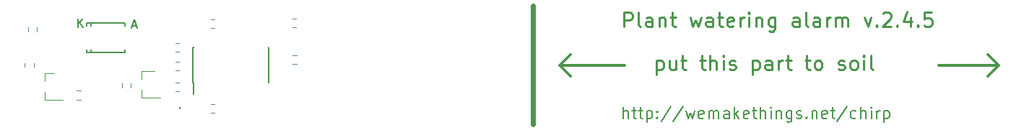
<source format=gbr>
G04 #@! TF.GenerationSoftware,KiCad,Pcbnew,5.0.0-rc2-dev-unknown-0ded476~63~ubuntu16.04.1*
G04 #@! TF.CreationDate,2018-03-27T22:27:57+03:00*
G04 #@! TF.ProjectId,chirp-v2.4,63686972702D76322E342E6B69636164,rev?*
G04 #@! TF.SameCoordinates,Original*
G04 #@! TF.FileFunction,Legend,Top*
G04 #@! TF.FilePolarity,Positive*
%FSLAX46Y46*%
G04 Gerber Fmt 4.6, Leading zero omitted, Abs format (unit mm)*
G04 Created by KiCad (PCBNEW 5.0.0-rc2-dev-unknown-0ded476~63~ubuntu16.04.1) date Tue Mar 27 22:27:57 2018*
%MOMM*%
%LPD*%
G01*
G04 APERTURE LIST*
%ADD10C,0.609600*%
%ADD11C,0.304800*%
%ADD12C,0.213360*%
%ADD13C,0.170688*%
%ADD14C,0.150000*%
%ADD15C,0.100000*%
%ADD16C,0.120000*%
%ADD17R,2.899360X2.200860*%
%ADD18R,1.600000X1.600000*%
%ADD19R,1.300000X1.200000*%
%ADD20R,1.000000X1.900000*%
%ADD21R,1.070000X1.400000*%
%ADD22R,1.400000X1.070000*%
%ADD23R,1.797000X2.508200*%
%ADD24R,1.000000X1.200000*%
%ADD25R,2.279600X2.279600*%
%ADD26C,2.279600*%
%ADD27C,2.940000*%
G04 APERTURE END LIST*
D10*
X148501100Y-98016100D02*
X148501100Y-111986100D01*
D11*
X159296100Y-105001100D02*
X151676100Y-105001100D01*
X151676100Y-105001100D02*
X152946100Y-103731100D01*
X151676100Y-105001100D02*
X152946100Y-106271100D01*
X196126100Y-105001100D02*
X203111100Y-105001100D01*
X203111100Y-105001100D02*
X201841100Y-103731100D01*
X203111100Y-105001100D02*
X201841100Y-106271100D01*
D12*
X163011950Y-104429600D02*
X163011950Y-106118700D01*
X163011950Y-104510033D02*
X163172817Y-104429600D01*
X163494550Y-104429600D01*
X163655417Y-104510033D01*
X163735850Y-104590466D01*
X163816284Y-104751333D01*
X163816284Y-105233933D01*
X163735850Y-105394800D01*
X163655417Y-105475233D01*
X163494550Y-105555666D01*
X163172817Y-105555666D01*
X163011950Y-105475233D01*
X165264084Y-104429600D02*
X165264084Y-105555666D01*
X164540184Y-104429600D02*
X164540184Y-105314366D01*
X164620617Y-105475233D01*
X164781484Y-105555666D01*
X165022784Y-105555666D01*
X165183650Y-105475233D01*
X165264084Y-105394800D01*
X165827117Y-104429600D02*
X166470584Y-104429600D01*
X166068417Y-103866566D02*
X166068417Y-105314366D01*
X166148850Y-105475233D01*
X166309717Y-105555666D01*
X166470584Y-105555666D01*
X168079250Y-104429600D02*
X168722717Y-104429600D01*
X168320550Y-103866566D02*
X168320550Y-105314366D01*
X168400984Y-105475233D01*
X168561850Y-105555666D01*
X168722717Y-105555666D01*
X169285750Y-105555666D02*
X169285750Y-103866566D01*
X170009650Y-105555666D02*
X170009650Y-104670900D01*
X169929217Y-104510033D01*
X169768350Y-104429600D01*
X169527050Y-104429600D01*
X169366184Y-104510033D01*
X169285750Y-104590466D01*
X170813984Y-105555666D02*
X170813984Y-104429600D01*
X170813984Y-103866566D02*
X170733550Y-103947000D01*
X170813984Y-104027433D01*
X170894417Y-103947000D01*
X170813984Y-103866566D01*
X170813984Y-104027433D01*
X171537884Y-105475233D02*
X171698750Y-105555666D01*
X172020484Y-105555666D01*
X172181350Y-105475233D01*
X172261784Y-105314366D01*
X172261784Y-105233933D01*
X172181350Y-105073066D01*
X172020484Y-104992633D01*
X171779184Y-104992633D01*
X171618317Y-104912200D01*
X171537884Y-104751333D01*
X171537884Y-104670900D01*
X171618317Y-104510033D01*
X171779184Y-104429600D01*
X172020484Y-104429600D01*
X172181350Y-104510033D01*
X174272617Y-104429600D02*
X174272617Y-106118700D01*
X174272617Y-104510033D02*
X174433484Y-104429600D01*
X174755217Y-104429600D01*
X174916084Y-104510033D01*
X174996517Y-104590466D01*
X175076950Y-104751333D01*
X175076950Y-105233933D01*
X174996517Y-105394800D01*
X174916084Y-105475233D01*
X174755217Y-105555666D01*
X174433484Y-105555666D01*
X174272617Y-105475233D01*
X176524750Y-105555666D02*
X176524750Y-104670900D01*
X176444317Y-104510033D01*
X176283450Y-104429600D01*
X175961717Y-104429600D01*
X175800850Y-104510033D01*
X176524750Y-105475233D02*
X176363884Y-105555666D01*
X175961717Y-105555666D01*
X175800850Y-105475233D01*
X175720417Y-105314366D01*
X175720417Y-105153500D01*
X175800850Y-104992633D01*
X175961717Y-104912200D01*
X176363884Y-104912200D01*
X176524750Y-104831766D01*
X177329084Y-105555666D02*
X177329084Y-104429600D01*
X177329084Y-104751333D02*
X177409517Y-104590466D01*
X177489950Y-104510033D01*
X177650817Y-104429600D01*
X177811684Y-104429600D01*
X178133417Y-104429600D02*
X178776884Y-104429600D01*
X178374717Y-103866566D02*
X178374717Y-105314366D01*
X178455150Y-105475233D01*
X178616017Y-105555666D01*
X178776884Y-105555666D01*
X180385550Y-104429600D02*
X181029017Y-104429600D01*
X180626850Y-103866566D02*
X180626850Y-105314366D01*
X180707284Y-105475233D01*
X180868150Y-105555666D01*
X181029017Y-105555666D01*
X181833350Y-105555666D02*
X181672484Y-105475233D01*
X181592050Y-105394800D01*
X181511617Y-105233933D01*
X181511617Y-104751333D01*
X181592050Y-104590466D01*
X181672484Y-104510033D01*
X181833350Y-104429600D01*
X182074650Y-104429600D01*
X182235517Y-104510033D01*
X182315950Y-104590466D01*
X182396384Y-104751333D01*
X182396384Y-105233933D01*
X182315950Y-105394800D01*
X182235517Y-105475233D01*
X182074650Y-105555666D01*
X181833350Y-105555666D01*
X184326784Y-105475233D02*
X184487650Y-105555666D01*
X184809384Y-105555666D01*
X184970250Y-105475233D01*
X185050684Y-105314366D01*
X185050684Y-105233933D01*
X184970250Y-105073066D01*
X184809384Y-104992633D01*
X184568084Y-104992633D01*
X184407217Y-104912200D01*
X184326784Y-104751333D01*
X184326784Y-104670900D01*
X184407217Y-104510033D01*
X184568084Y-104429600D01*
X184809384Y-104429600D01*
X184970250Y-104510033D01*
X186015884Y-105555666D02*
X185855017Y-105475233D01*
X185774584Y-105394800D01*
X185694150Y-105233933D01*
X185694150Y-104751333D01*
X185774584Y-104590466D01*
X185855017Y-104510033D01*
X186015884Y-104429600D01*
X186257184Y-104429600D01*
X186418050Y-104510033D01*
X186498484Y-104590466D01*
X186578917Y-104751333D01*
X186578917Y-105233933D01*
X186498484Y-105394800D01*
X186418050Y-105475233D01*
X186257184Y-105555666D01*
X186015884Y-105555666D01*
X187302817Y-105555666D02*
X187302817Y-104429600D01*
X187302817Y-103866566D02*
X187222384Y-103947000D01*
X187302817Y-104027433D01*
X187383250Y-103947000D01*
X187302817Y-103866566D01*
X187302817Y-104027433D01*
X188348450Y-105555666D02*
X188187584Y-105475233D01*
X188107150Y-105314366D01*
X188107150Y-103866566D01*
X159201950Y-100475666D02*
X159201950Y-98786566D01*
X159845417Y-98786566D01*
X160006284Y-98867000D01*
X160086717Y-98947433D01*
X160167150Y-99108300D01*
X160167150Y-99349600D01*
X160086717Y-99510466D01*
X160006284Y-99590900D01*
X159845417Y-99671333D01*
X159201950Y-99671333D01*
X161132350Y-100475666D02*
X160971484Y-100395233D01*
X160891050Y-100234366D01*
X160891050Y-98786566D01*
X162499717Y-100475666D02*
X162499717Y-99590900D01*
X162419284Y-99430033D01*
X162258417Y-99349600D01*
X161936684Y-99349600D01*
X161775817Y-99430033D01*
X162499717Y-100395233D02*
X162338850Y-100475666D01*
X161936684Y-100475666D01*
X161775817Y-100395233D01*
X161695384Y-100234366D01*
X161695384Y-100073500D01*
X161775817Y-99912633D01*
X161936684Y-99832200D01*
X162338850Y-99832200D01*
X162499717Y-99751766D01*
X163304050Y-99349600D02*
X163304050Y-100475666D01*
X163304050Y-99510466D02*
X163384484Y-99430033D01*
X163545350Y-99349600D01*
X163786650Y-99349600D01*
X163947517Y-99430033D01*
X164027950Y-99590900D01*
X164027950Y-100475666D01*
X164590984Y-99349600D02*
X165234450Y-99349600D01*
X164832284Y-98786566D02*
X164832284Y-100234366D01*
X164912717Y-100395233D01*
X165073584Y-100475666D01*
X165234450Y-100475666D01*
X166923550Y-99349600D02*
X167245284Y-100475666D01*
X167567017Y-99671333D01*
X167888750Y-100475666D01*
X168210484Y-99349600D01*
X169577850Y-100475666D02*
X169577850Y-99590900D01*
X169497417Y-99430033D01*
X169336550Y-99349600D01*
X169014817Y-99349600D01*
X168853950Y-99430033D01*
X169577850Y-100395233D02*
X169416984Y-100475666D01*
X169014817Y-100475666D01*
X168853950Y-100395233D01*
X168773517Y-100234366D01*
X168773517Y-100073500D01*
X168853950Y-99912633D01*
X169014817Y-99832200D01*
X169416984Y-99832200D01*
X169577850Y-99751766D01*
X170140884Y-99349600D02*
X170784350Y-99349600D01*
X170382184Y-98786566D02*
X170382184Y-100234366D01*
X170462617Y-100395233D01*
X170623484Y-100475666D01*
X170784350Y-100475666D01*
X171990850Y-100395233D02*
X171829984Y-100475666D01*
X171508250Y-100475666D01*
X171347384Y-100395233D01*
X171266950Y-100234366D01*
X171266950Y-99590900D01*
X171347384Y-99430033D01*
X171508250Y-99349600D01*
X171829984Y-99349600D01*
X171990850Y-99430033D01*
X172071284Y-99590900D01*
X172071284Y-99751766D01*
X171266950Y-99912633D01*
X172795184Y-100475666D02*
X172795184Y-99349600D01*
X172795184Y-99671333D02*
X172875617Y-99510466D01*
X172956050Y-99430033D01*
X173116917Y-99349600D01*
X173277784Y-99349600D01*
X173840817Y-100475666D02*
X173840817Y-99349600D01*
X173840817Y-98786566D02*
X173760384Y-98867000D01*
X173840817Y-98947433D01*
X173921250Y-98867000D01*
X173840817Y-98786566D01*
X173840817Y-98947433D01*
X174645150Y-99349600D02*
X174645150Y-100475666D01*
X174645150Y-99510466D02*
X174725584Y-99430033D01*
X174886450Y-99349600D01*
X175127750Y-99349600D01*
X175288617Y-99430033D01*
X175369050Y-99590900D01*
X175369050Y-100475666D01*
X176897284Y-99349600D02*
X176897284Y-100716966D01*
X176816850Y-100877833D01*
X176736417Y-100958266D01*
X176575550Y-101038700D01*
X176334250Y-101038700D01*
X176173384Y-100958266D01*
X176897284Y-100395233D02*
X176736417Y-100475666D01*
X176414684Y-100475666D01*
X176253817Y-100395233D01*
X176173384Y-100314800D01*
X176092950Y-100153933D01*
X176092950Y-99671333D01*
X176173384Y-99510466D01*
X176253817Y-99430033D01*
X176414684Y-99349600D01*
X176736417Y-99349600D01*
X176897284Y-99430033D01*
X179712450Y-100475666D02*
X179712450Y-99590900D01*
X179632017Y-99430033D01*
X179471150Y-99349600D01*
X179149417Y-99349600D01*
X178988550Y-99430033D01*
X179712450Y-100395233D02*
X179551584Y-100475666D01*
X179149417Y-100475666D01*
X178988550Y-100395233D01*
X178908117Y-100234366D01*
X178908117Y-100073500D01*
X178988550Y-99912633D01*
X179149417Y-99832200D01*
X179551584Y-99832200D01*
X179712450Y-99751766D01*
X180758084Y-100475666D02*
X180597217Y-100395233D01*
X180516784Y-100234366D01*
X180516784Y-98786566D01*
X182125450Y-100475666D02*
X182125450Y-99590900D01*
X182045017Y-99430033D01*
X181884150Y-99349600D01*
X181562417Y-99349600D01*
X181401550Y-99430033D01*
X182125450Y-100395233D02*
X181964584Y-100475666D01*
X181562417Y-100475666D01*
X181401550Y-100395233D01*
X181321117Y-100234366D01*
X181321117Y-100073500D01*
X181401550Y-99912633D01*
X181562417Y-99832200D01*
X181964584Y-99832200D01*
X182125450Y-99751766D01*
X182929784Y-100475666D02*
X182929784Y-99349600D01*
X182929784Y-99671333D02*
X183010217Y-99510466D01*
X183090650Y-99430033D01*
X183251517Y-99349600D01*
X183412384Y-99349600D01*
X183975417Y-100475666D02*
X183975417Y-99349600D01*
X183975417Y-99510466D02*
X184055850Y-99430033D01*
X184216717Y-99349600D01*
X184458017Y-99349600D01*
X184618884Y-99430033D01*
X184699317Y-99590900D01*
X184699317Y-100475666D01*
X184699317Y-99590900D02*
X184779750Y-99430033D01*
X184940617Y-99349600D01*
X185181917Y-99349600D01*
X185342784Y-99430033D01*
X185423217Y-99590900D01*
X185423217Y-100475666D01*
X187353617Y-99349600D02*
X187755784Y-100475666D01*
X188157950Y-99349600D01*
X188801417Y-100314800D02*
X188881850Y-100395233D01*
X188801417Y-100475666D01*
X188720984Y-100395233D01*
X188801417Y-100314800D01*
X188801417Y-100475666D01*
X189525317Y-98947433D02*
X189605750Y-98867000D01*
X189766617Y-98786566D01*
X190168784Y-98786566D01*
X190329650Y-98867000D01*
X190410084Y-98947433D01*
X190490517Y-99108300D01*
X190490517Y-99269166D01*
X190410084Y-99510466D01*
X189444884Y-100475666D01*
X190490517Y-100475666D01*
X191214417Y-100314800D02*
X191294850Y-100395233D01*
X191214417Y-100475666D01*
X191133984Y-100395233D01*
X191214417Y-100314800D01*
X191214417Y-100475666D01*
X192742650Y-99349600D02*
X192742650Y-100475666D01*
X192340484Y-98706133D02*
X191938317Y-99912633D01*
X192983950Y-99912633D01*
X193627417Y-100314800D02*
X193707850Y-100395233D01*
X193627417Y-100475666D01*
X193546984Y-100395233D01*
X193627417Y-100314800D01*
X193627417Y-100475666D01*
X195236084Y-98786566D02*
X194431750Y-98786566D01*
X194351317Y-99590900D01*
X194431750Y-99510466D01*
X194592617Y-99430033D01*
X194994784Y-99430033D01*
X195155650Y-99510466D01*
X195236084Y-99590900D01*
X195316517Y-99751766D01*
X195316517Y-100153933D01*
X195236084Y-100314800D01*
X195155650Y-100395233D01*
X194994784Y-100475666D01*
X194592617Y-100475666D01*
X194431750Y-100395233D01*
X194351317Y-100314800D01*
D13*
X159093780Y-111286753D02*
X159093780Y-109935473D01*
X159672900Y-111286753D02*
X159672900Y-110578940D01*
X159608553Y-110450246D01*
X159479860Y-110385900D01*
X159286820Y-110385900D01*
X159158127Y-110450246D01*
X159093780Y-110514593D01*
X160123327Y-110385900D02*
X160638100Y-110385900D01*
X160316367Y-109935473D02*
X160316367Y-111093713D01*
X160380713Y-111222406D01*
X160509407Y-111286753D01*
X160638100Y-111286753D01*
X160895487Y-110385900D02*
X161410260Y-110385900D01*
X161088527Y-109935473D02*
X161088527Y-111093713D01*
X161152873Y-111222406D01*
X161281567Y-111286753D01*
X161410260Y-111286753D01*
X161860687Y-110385900D02*
X161860687Y-111737180D01*
X161860687Y-110450246D02*
X161989380Y-110385900D01*
X162246767Y-110385900D01*
X162375460Y-110450246D01*
X162439807Y-110514593D01*
X162504153Y-110643286D01*
X162504153Y-111029366D01*
X162439807Y-111158060D01*
X162375460Y-111222406D01*
X162246767Y-111286753D01*
X161989380Y-111286753D01*
X161860687Y-111222406D01*
X163083273Y-111158060D02*
X163147620Y-111222406D01*
X163083273Y-111286753D01*
X163018927Y-111222406D01*
X163083273Y-111158060D01*
X163083273Y-111286753D01*
X163083273Y-110450246D02*
X163147620Y-110514593D01*
X163083273Y-110578940D01*
X163018927Y-110514593D01*
X163083273Y-110450246D01*
X163083273Y-110578940D01*
X164691940Y-109871126D02*
X163533700Y-111608486D01*
X166107567Y-109871126D02*
X164949327Y-111608486D01*
X166429300Y-110385900D02*
X166686687Y-111286753D01*
X166944073Y-110643286D01*
X167201460Y-111286753D01*
X167458847Y-110385900D01*
X168488393Y-111222406D02*
X168359700Y-111286753D01*
X168102313Y-111286753D01*
X167973620Y-111222406D01*
X167909273Y-111093713D01*
X167909273Y-110578940D01*
X167973620Y-110450246D01*
X168102313Y-110385900D01*
X168359700Y-110385900D01*
X168488393Y-110450246D01*
X168552740Y-110578940D01*
X168552740Y-110707633D01*
X167909273Y-110836326D01*
X169131860Y-111286753D02*
X169131860Y-110385900D01*
X169131860Y-110514593D02*
X169196207Y-110450246D01*
X169324900Y-110385900D01*
X169517940Y-110385900D01*
X169646633Y-110450246D01*
X169710980Y-110578940D01*
X169710980Y-111286753D01*
X169710980Y-110578940D02*
X169775327Y-110450246D01*
X169904020Y-110385900D01*
X170097060Y-110385900D01*
X170225753Y-110450246D01*
X170290100Y-110578940D01*
X170290100Y-111286753D01*
X171512687Y-111286753D02*
X171512687Y-110578940D01*
X171448340Y-110450246D01*
X171319647Y-110385900D01*
X171062260Y-110385900D01*
X170933567Y-110450246D01*
X171512687Y-111222406D02*
X171383993Y-111286753D01*
X171062260Y-111286753D01*
X170933567Y-111222406D01*
X170869220Y-111093713D01*
X170869220Y-110965020D01*
X170933567Y-110836326D01*
X171062260Y-110771980D01*
X171383993Y-110771980D01*
X171512687Y-110707633D01*
X172156153Y-111286753D02*
X172156153Y-109935473D01*
X172284847Y-110771980D02*
X172670927Y-111286753D01*
X172670927Y-110385900D02*
X172156153Y-110900673D01*
X173764820Y-111222406D02*
X173636127Y-111286753D01*
X173378740Y-111286753D01*
X173250047Y-111222406D01*
X173185700Y-111093713D01*
X173185700Y-110578940D01*
X173250047Y-110450246D01*
X173378740Y-110385900D01*
X173636127Y-110385900D01*
X173764820Y-110450246D01*
X173829167Y-110578940D01*
X173829167Y-110707633D01*
X173185700Y-110836326D01*
X174215247Y-110385900D02*
X174730020Y-110385900D01*
X174408287Y-109935473D02*
X174408287Y-111093713D01*
X174472633Y-111222406D01*
X174601327Y-111286753D01*
X174730020Y-111286753D01*
X175180447Y-111286753D02*
X175180447Y-109935473D01*
X175759567Y-111286753D02*
X175759567Y-110578940D01*
X175695220Y-110450246D01*
X175566527Y-110385900D01*
X175373487Y-110385900D01*
X175244793Y-110450246D01*
X175180447Y-110514593D01*
X176403033Y-111286753D02*
X176403033Y-110385900D01*
X176403033Y-109935473D02*
X176338687Y-109999820D01*
X176403033Y-110064166D01*
X176467380Y-109999820D01*
X176403033Y-109935473D01*
X176403033Y-110064166D01*
X177046500Y-110385900D02*
X177046500Y-111286753D01*
X177046500Y-110514593D02*
X177110847Y-110450246D01*
X177239540Y-110385900D01*
X177432580Y-110385900D01*
X177561273Y-110450246D01*
X177625620Y-110578940D01*
X177625620Y-111286753D01*
X178848207Y-110385900D02*
X178848207Y-111479793D01*
X178783860Y-111608486D01*
X178719513Y-111672833D01*
X178590820Y-111737180D01*
X178397780Y-111737180D01*
X178269087Y-111672833D01*
X178848207Y-111222406D02*
X178719513Y-111286753D01*
X178462127Y-111286753D01*
X178333433Y-111222406D01*
X178269087Y-111158060D01*
X178204740Y-111029366D01*
X178204740Y-110643286D01*
X178269087Y-110514593D01*
X178333433Y-110450246D01*
X178462127Y-110385900D01*
X178719513Y-110385900D01*
X178848207Y-110450246D01*
X179427327Y-111222406D02*
X179556020Y-111286753D01*
X179813407Y-111286753D01*
X179942100Y-111222406D01*
X180006447Y-111093713D01*
X180006447Y-111029366D01*
X179942100Y-110900673D01*
X179813407Y-110836326D01*
X179620367Y-110836326D01*
X179491673Y-110771980D01*
X179427327Y-110643286D01*
X179427327Y-110578940D01*
X179491673Y-110450246D01*
X179620367Y-110385900D01*
X179813407Y-110385900D01*
X179942100Y-110450246D01*
X180585567Y-111158060D02*
X180649913Y-111222406D01*
X180585567Y-111286753D01*
X180521220Y-111222406D01*
X180585567Y-111158060D01*
X180585567Y-111286753D01*
X181229033Y-110385900D02*
X181229033Y-111286753D01*
X181229033Y-110514593D02*
X181293380Y-110450246D01*
X181422073Y-110385900D01*
X181615113Y-110385900D01*
X181743807Y-110450246D01*
X181808153Y-110578940D01*
X181808153Y-111286753D01*
X182966393Y-111222406D02*
X182837700Y-111286753D01*
X182580313Y-111286753D01*
X182451620Y-111222406D01*
X182387273Y-111093713D01*
X182387273Y-110578940D01*
X182451620Y-110450246D01*
X182580313Y-110385900D01*
X182837700Y-110385900D01*
X182966393Y-110450246D01*
X183030740Y-110578940D01*
X183030740Y-110707633D01*
X182387273Y-110836326D01*
X183416820Y-110385900D02*
X183931593Y-110385900D01*
X183609860Y-109935473D02*
X183609860Y-111093713D01*
X183674207Y-111222406D01*
X183802900Y-111286753D01*
X183931593Y-111286753D01*
X185347220Y-109871126D02*
X184188980Y-111608486D01*
X186376767Y-111222406D02*
X186248073Y-111286753D01*
X185990687Y-111286753D01*
X185861993Y-111222406D01*
X185797647Y-111158060D01*
X185733300Y-111029366D01*
X185733300Y-110643286D01*
X185797647Y-110514593D01*
X185861993Y-110450246D01*
X185990687Y-110385900D01*
X186248073Y-110385900D01*
X186376767Y-110450246D01*
X186955887Y-111286753D02*
X186955887Y-109935473D01*
X187535007Y-111286753D02*
X187535007Y-110578940D01*
X187470660Y-110450246D01*
X187341967Y-110385900D01*
X187148927Y-110385900D01*
X187020233Y-110450246D01*
X186955887Y-110514593D01*
X188178473Y-111286753D02*
X188178473Y-110385900D01*
X188178473Y-109935473D02*
X188114127Y-109999820D01*
X188178473Y-110064166D01*
X188242820Y-109999820D01*
X188178473Y-109935473D01*
X188178473Y-110064166D01*
X188821940Y-111286753D02*
X188821940Y-110385900D01*
X188821940Y-110643286D02*
X188886287Y-110514593D01*
X188950633Y-110450246D01*
X189079327Y-110385900D01*
X189208020Y-110385900D01*
X189658447Y-110385900D02*
X189658447Y-111737180D01*
X189658447Y-110450246D02*
X189787140Y-110385900D01*
X190044527Y-110385900D01*
X190173220Y-110450246D01*
X190237567Y-110514593D01*
X190301913Y-110643286D01*
X190301913Y-111029366D01*
X190237567Y-111158060D01*
X190173220Y-111222406D01*
X190044527Y-111286753D01*
X189787140Y-111286753D01*
X189658447Y-111222406D01*
D14*
X100700440Y-103550060D02*
X96199560Y-103550060D01*
X100700440Y-100049940D02*
X96199560Y-100049940D01*
X96199560Y-103550060D02*
X96199560Y-103199540D01*
X100700440Y-103550060D02*
X100700440Y-103199540D01*
X100700440Y-100049940D02*
X100700440Y-100400460D01*
X96199560Y-100049940D02*
X96199560Y-100400460D01*
X96649140Y-103550060D02*
X96649140Y-103199540D01*
X96649140Y-100049940D02*
X96649140Y-100400460D01*
D15*
G36*
X107226100Y-110181100D02*
X107226100Y-109981100D01*
X107026100Y-109981100D01*
X107026100Y-110181100D01*
X107226100Y-110181100D01*
G37*
D16*
X91240000Y-105970000D02*
X91240000Y-106900000D01*
X91240000Y-109130000D02*
X91240000Y-108200000D01*
X91240000Y-109130000D02*
X93400000Y-109130000D01*
X91240000Y-105970000D02*
X92700000Y-105970000D01*
D14*
X108650000Y-107075000D02*
X108675000Y-107075000D01*
X108650000Y-102925000D02*
X108765000Y-102925000D01*
X117550000Y-102925000D02*
X117435000Y-102925000D01*
X117550000Y-107075000D02*
X117435000Y-107075000D01*
X108650000Y-107075000D02*
X108650000Y-102925000D01*
X117550000Y-107075000D02*
X117550000Y-102925000D01*
X108675000Y-107075000D02*
X108675000Y-108450000D01*
D16*
X95470000Y-108040000D02*
X95030000Y-108040000D01*
X95470000Y-109060000D02*
X95030000Y-109060000D01*
X89960000Y-105220000D02*
X89960000Y-104780000D01*
X88940000Y-105220000D02*
X88940000Y-104780000D01*
X107020000Y-104590000D02*
X106580000Y-104590000D01*
X107020000Y-105610000D02*
X106580000Y-105610000D01*
X120781100Y-103856100D02*
X120341100Y-103856100D01*
X120781100Y-104876100D02*
X120341100Y-104876100D01*
X111170000Y-99640000D02*
X110730000Y-99640000D01*
X111170000Y-100660000D02*
X110730000Y-100660000D01*
X110730000Y-109590000D02*
X111170000Y-109590000D01*
X110730000Y-110610000D02*
X111170000Y-110610000D01*
X107046100Y-107031100D02*
X106606100Y-107031100D01*
X107046100Y-108051100D02*
X106606100Y-108051100D01*
X107020000Y-102390000D02*
X106580000Y-102390000D01*
X107020000Y-103410000D02*
X106580000Y-103410000D01*
X120330000Y-100560000D02*
X120770000Y-100560000D01*
X120330000Y-99540000D02*
X120770000Y-99540000D01*
X90310000Y-101020000D02*
X90310000Y-100580000D01*
X89290000Y-101020000D02*
X89290000Y-100580000D01*
X101310000Y-107180000D02*
X101310000Y-107620000D01*
X100290000Y-107180000D02*
X100290000Y-107620000D01*
X102640000Y-105720000D02*
X104100000Y-105720000D01*
X102640000Y-108880000D02*
X104800000Y-108880000D01*
X102640000Y-108880000D02*
X102640000Y-107950000D01*
X102640000Y-105720000D02*
X102640000Y-106650000D01*
D14*
X95188355Y-100553120D02*
X95188355Y-99553120D01*
X95759783Y-100553120D02*
X95331212Y-99981692D01*
X95759783Y-99553120D02*
X95188355Y-100124549D01*
X101511364Y-100366466D02*
X101987555Y-100366466D01*
X101416126Y-100652180D02*
X101749460Y-99652180D01*
X102082793Y-100652180D01*
%LPC*%
D17*
X96451020Y-101800000D03*
X100448980Y-101800000D03*
D18*
X106176100Y-110081100D03*
X108276100Y-110081100D03*
D19*
X93000000Y-108500000D03*
X93000000Y-106600000D03*
X91000000Y-107550000D03*
D20*
X109290000Y-107700000D03*
X110560000Y-107700000D03*
X111830000Y-107700000D03*
X113100000Y-107700000D03*
X114370000Y-107700000D03*
X115640000Y-107700000D03*
X116910000Y-107700000D03*
X116910000Y-102300000D03*
X115640000Y-102300000D03*
X114370000Y-102300000D03*
X113100000Y-102300000D03*
X111830000Y-102300000D03*
X110560000Y-102300000D03*
X109290000Y-102300000D03*
D21*
X94375000Y-108550000D03*
X96125000Y-108550000D03*
D22*
X89450000Y-104125000D03*
X89450000Y-105875000D03*
D21*
X105925000Y-105100000D03*
X107675000Y-105100000D03*
X119686100Y-104366100D03*
X121436100Y-104366100D03*
X110075000Y-100150000D03*
X111825000Y-100150000D03*
X110075000Y-110100000D03*
X111825000Y-110100000D03*
X105951100Y-107541100D03*
X107701100Y-107541100D03*
X105925000Y-102900000D03*
X107675000Y-102900000D03*
X121425000Y-100050000D03*
X119675000Y-100050000D03*
D22*
X89800000Y-99925000D03*
X89800000Y-101675000D03*
D23*
X80200500Y-109547700D03*
X80200500Y-100454500D03*
X84721700Y-100432700D03*
X84721700Y-109547700D03*
D24*
X119750000Y-101600000D03*
X121350000Y-101600000D03*
D25*
X124371100Y-108811100D03*
D26*
X124371100Y-111351100D03*
X121831100Y-108811100D03*
X121831100Y-111351100D03*
X119291100Y-108811100D03*
X119291100Y-111351100D03*
D27*
X87541100Y-102501100D03*
X87541100Y-107501100D03*
D22*
X100800000Y-106525000D03*
X100800000Y-108275000D03*
D19*
X102400000Y-107300000D03*
X104400000Y-106350000D03*
X104400000Y-108250000D03*
M02*

</source>
